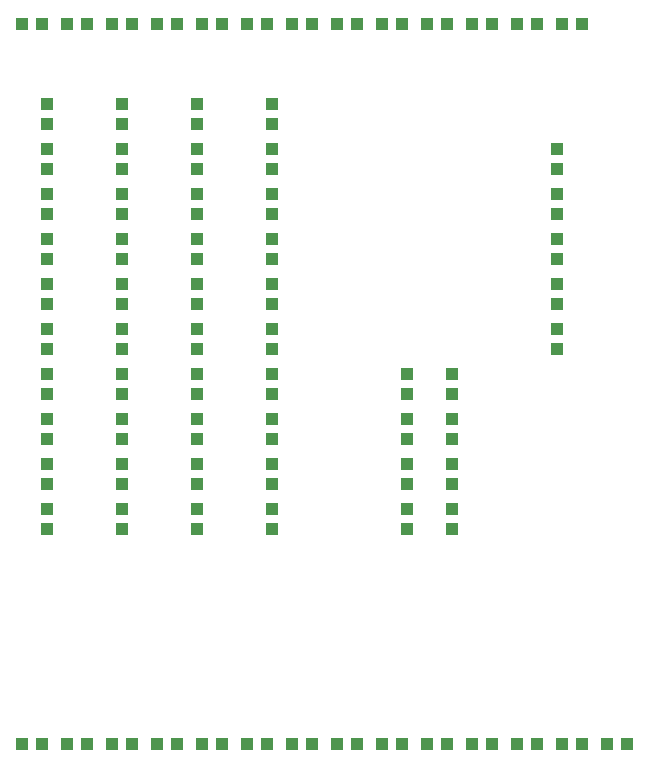
<source format=gtp>
G75*
%MOIN*%
%OFA0B0*%
%FSLAX25Y25*%
%IPPOS*%
%LPD*%
%AMOC8*
5,1,8,0,0,1.08239X$1,22.5*
%
%ADD10R,0.03937X0.04331*%
%ADD11R,0.04331X0.03937*%
D10*
X0543333Y0087654D03*
X0543333Y0094346D03*
X0543333Y0102654D03*
X0543333Y0109346D03*
X0543333Y0117654D03*
X0543333Y0124346D03*
X0543333Y0132654D03*
X0543333Y0139346D03*
X0543333Y0147654D03*
X0543333Y0154346D03*
X0543333Y0162654D03*
X0543333Y0169346D03*
X0543333Y0177654D03*
X0543333Y0184346D03*
X0543333Y0192654D03*
X0543333Y0199346D03*
X0543333Y0207654D03*
X0543333Y0214346D03*
X0543333Y0222654D03*
X0543333Y0229346D03*
X0568333Y0229346D03*
X0568333Y0222654D03*
X0568333Y0214346D03*
X0568333Y0207654D03*
X0568333Y0199346D03*
X0568333Y0192654D03*
X0568333Y0184346D03*
X0568333Y0177654D03*
X0568333Y0169346D03*
X0568333Y0162654D03*
X0568333Y0154346D03*
X0568333Y0147654D03*
X0568333Y0139346D03*
X0568333Y0132654D03*
X0568333Y0124346D03*
X0568333Y0117654D03*
X0568333Y0109346D03*
X0568333Y0102654D03*
X0568333Y0094346D03*
X0568333Y0087654D03*
X0593333Y0087654D03*
X0593333Y0094346D03*
X0593333Y0102654D03*
X0593333Y0109346D03*
X0593333Y0117654D03*
X0593333Y0124346D03*
X0593333Y0132654D03*
X0593333Y0139346D03*
X0593333Y0147654D03*
X0593333Y0154346D03*
X0593333Y0162654D03*
X0593333Y0169346D03*
X0593333Y0177654D03*
X0593333Y0184346D03*
X0593333Y0192654D03*
X0593333Y0199346D03*
X0593333Y0207654D03*
X0593333Y0214346D03*
X0593333Y0222654D03*
X0593333Y0229346D03*
X0618333Y0229346D03*
X0618333Y0222654D03*
X0618333Y0214346D03*
X0618333Y0207654D03*
X0618333Y0199346D03*
X0618333Y0192654D03*
X0618333Y0184346D03*
X0618333Y0177654D03*
X0618333Y0169346D03*
X0618333Y0162654D03*
X0618333Y0154346D03*
X0618333Y0147654D03*
X0618333Y0139346D03*
X0618333Y0132654D03*
X0618333Y0124346D03*
X0618333Y0117654D03*
X0618333Y0109346D03*
X0618333Y0102654D03*
X0618333Y0094346D03*
X0618333Y0087654D03*
X0663333Y0087654D03*
X0663333Y0094346D03*
X0663333Y0102654D03*
X0678333Y0102654D03*
X0678333Y0094346D03*
X0678333Y0087654D03*
X0678333Y0109346D03*
X0678333Y0117654D03*
X0663333Y0117654D03*
X0663333Y0109346D03*
X0663333Y0124346D03*
X0663333Y0132654D03*
X0678333Y0132654D03*
X0678333Y0124346D03*
X0678333Y0139346D03*
X0663333Y0139346D03*
X0713333Y0147654D03*
X0713333Y0154346D03*
X0713333Y0162654D03*
X0713333Y0169346D03*
X0713333Y0177654D03*
X0713333Y0184346D03*
X0713333Y0192654D03*
X0713333Y0199346D03*
X0713333Y0207654D03*
X0713333Y0214346D03*
D11*
X0534987Y0016000D03*
X0541680Y0016000D03*
X0549987Y0016000D03*
X0556680Y0016000D03*
X0564987Y0016000D03*
X0571680Y0016000D03*
X0579987Y0016000D03*
X0586680Y0016000D03*
X0594987Y0016000D03*
X0601680Y0016000D03*
X0609987Y0016000D03*
X0616680Y0016000D03*
X0624987Y0016000D03*
X0631680Y0016000D03*
X0639987Y0016000D03*
X0646680Y0016000D03*
X0654987Y0016000D03*
X0661680Y0016000D03*
X0669987Y0016000D03*
X0676680Y0016000D03*
X0684987Y0016000D03*
X0691680Y0016000D03*
X0699987Y0016000D03*
X0706680Y0016000D03*
X0714987Y0016000D03*
X0721680Y0016000D03*
X0729987Y0016000D03*
X0736680Y0016000D03*
X0721680Y0256000D03*
X0714987Y0256000D03*
X0706680Y0256000D03*
X0699987Y0256000D03*
X0691680Y0256000D03*
X0684987Y0256000D03*
X0676680Y0256000D03*
X0669987Y0256000D03*
X0661680Y0256000D03*
X0654987Y0256000D03*
X0646680Y0256000D03*
X0639987Y0256000D03*
X0631680Y0256000D03*
X0624987Y0256000D03*
X0616680Y0256000D03*
X0609987Y0256000D03*
X0601680Y0256000D03*
X0594987Y0256000D03*
X0586680Y0256000D03*
X0579987Y0256000D03*
X0571680Y0256000D03*
X0564987Y0256000D03*
X0556680Y0256000D03*
X0549987Y0256000D03*
X0541680Y0256000D03*
X0534987Y0256000D03*
M02*

</source>
